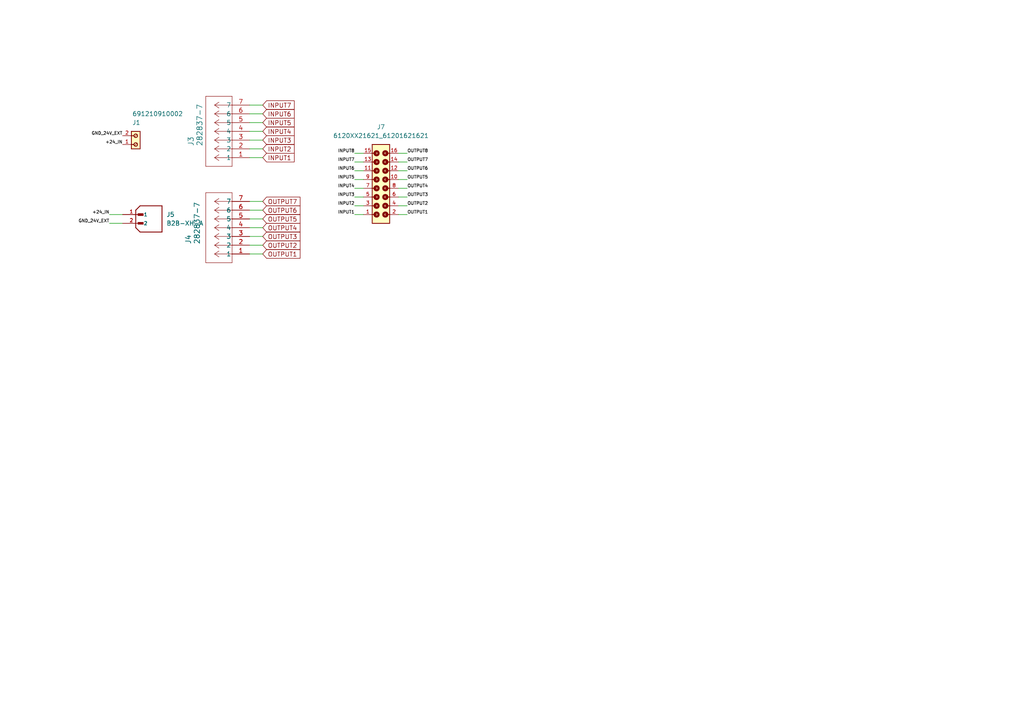
<source format=kicad_sch>
(kicad_sch (version 20250114) (generator "eeschema") (generator_version "9.0")
  (paper "A4")
  (lib_symbols
    (symbol "16pin_frc:6120XX21621_61201621621" (pin_names (offset 1.016))
      (property "Reference" "J" (at -11.34 0.35 0))
      (property "Value" "6120XX21621_61201621621" (at -11.2 -1.87 0))
      (symbol "6120XX21621_61201621621_0_0"
        (rectangle (start -10.16 -2.54) (end 12.7 2.54) (stroke (width 0.254)) (fill (type background)))
        (circle (center -7.62 1.27) (radius 0.254) (stroke (width 0.635)))
        (polyline (pts (xy -7.62 1.27) (xy -7.62 2.54)) (stroke (width 0.254)))
        (circle (center -7.62 -1.27) (radius 0.254) (stroke (width 0.635)))
        (polyline (pts (xy -7.62 -1.27) (xy -7.62 -2.54)) (stroke (width 0.254)))
        (circle (center -5.08 1.27) (radius 0.254) (stroke (width 0.635)))
        (polyline (pts (xy -5.08 1.27) (xy -5.08 2.54)) (stroke (width 0.254)))
        (circle (center -5.08 -1.27) (radius 0.254) (stroke (width 0.635)))
        (polyline (pts (xy -5.08 -1.27) (xy -5.08 -2.54)) (stroke (width 0.254)))
        (circle (center -2.54 1.27) (radius 0.254) (stroke (width 0.635)))
        (polyline (pts (xy -2.54 1.27) (xy -2.54 2.54)) (stroke (width 0.254)))
        (circle (center -2.54 -1.27) (radius 0.254) (stroke (width 0.635)))
        (polyline (pts (xy -2.54 -1.27) (xy -2.54 -2.54)) (stroke (width 0.254)))
        (circle (center 0 1.27) (radius 0.254) (stroke (width 0.635)))
        (polyline (pts (xy 0 1.27) (xy 0 2.54)) (stroke (width 0.254)))
        (polyline (pts (xy 0 -1.27) (xy 0 -2.54)) (stroke (width 0.254)))
        (circle (center 0 -1.27) (radius 0.254) (stroke (width 0.635)))
        (polyline (pts (xy 2.54 1.27) (xy 2.54 2.54)) (stroke (width 0.254)))
        (circle (center 2.54 1.27) (radius 0.254) (stroke (width 0.635)))
        (polyline (pts (xy 2.54 -1.27) (xy 2.54 -2.54)) (stroke (width 0.254)))
        (circle (center 2.54 -1.27) (radius 0.254) (stroke (width 0.635)))
        (polyline (pts (xy 5.08 1.27) (xy 5.08 2.54)) (stroke (width 0.254)))
        (circle (center 5.08 1.27) (radius 0.254) (stroke (width 0.635)))
        (polyline (pts (xy 5.08 -1.27) (xy 5.08 -2.54)) (stroke (width 0.254)))
        (circle (center 5.08 -1.27) (radius 0.254) (stroke (width 0.635)))
        (polyline (pts (xy 7.62 1.27) (xy 7.62 2.54)) (stroke (width 0.254)))
        (circle (center 7.62 1.27) (radius 0.254) (stroke (width 0.635)))
        (polyline (pts (xy 7.62 -1.27) (xy 7.62 -2.54)) (stroke (width 0.254)))
        (circle (center 7.62 -1.27) (radius 0.254) (stroke (width 0.635)))
        (polyline (pts (xy 10.16 1.27) (xy 10.16 2.54)) (stroke (width 0.254)))
        (circle (center 10.16 1.27) (radius 0.254) (stroke (width 0.635)))
        (polyline (pts (xy 10.16 -1.27) (xy 10.16 -2.54)) (stroke (width 0.254)))
        (circle (center 10.16 -1.27) (radius 0.254) (stroke (width 0.635)))
        (pin passive line (at -7.62 5.08 270) (length 2.54) (name "~") (number "2"))
        (pin passive line (at -7.62 -5.08 90) (length 2.54) (name "~") (number "1"))
        (pin passive line (at -5.08 5.08 270) (length 2.54) (name "~") (number "4"))
        (pin passive line (at -5.08 -5.08 90) (length 2.54) (name "~") (number "3"))
        (pin passive line (at -2.54 5.08 270) (length 2.54) (name "~") (number "6"))
        (pin passive line (at -2.54 -5.08 90) (length 2.54) (name "~") (number "5"))
        (pin passive line (at 0 5.08 270) (length 2.54) (name "~") (number "8"))
        (pin passive line (at 0 -5.08 90) (length 2.54) (name "~") (number "7"))
        (pin passive line (at 2.54 5.08 270) (length 2.54) (name "~") (number "10"))
        (pin passive line (at 2.54 -5.08 90) (length 2.54) (name "~") (number "9"))
        (pin passive line (at 5.08 5.08 270) (length 2.54) (name "~") (number "12"))
        (pin passive line (at 5.08 -5.08 90) (length 2.54) (name "~") (number "11"))
        (pin passive line (at 7.62 5.08 270) (length 2.54) (name "~") (number "14"))
        (pin passive line (at 7.62 -5.08 90) (length 2.54) (name "~") (number "13"))
        (pin passive line (at 10.16 5.08 270) (length 2.54) (name "~") (number "16"))
        (pin passive line (at 10.16 -5.08 90) (length 2.54) (name "~") (number "15"))
      )
    )
    (symbol "2pin_rmc:B2B-XH-A" (pin_names (offset 1.016))
      (property "Reference" "J" (at -2.54 6.35 0))
      (property "Value" "B2B-XH-A" (at -2.54 -5.08 0))
      (symbol "B2B-XH-A_0_0"
        (polyline (pts (xy -3.81 3.81) (xy -3.81 -1.27)) (stroke (width 0.254)))
        (polyline (pts (xy -3.81 3.81) (xy -2.54 5.08)) (stroke (width 0.254)))
        (polyline (pts (xy -3.81 -1.27) (xy -2.54 -2.54)) (stroke (width 0.254)))
        (rectangle (start -3.175 2.2225) (end -1.5875 2.8575) (stroke (width 0.1)) (fill (type outline)))
        (rectangle (start -3.175 -0.3175) (end -1.5875 0.3175) (stroke (width 0.1)) (fill (type outline)))
        (polyline (pts (xy -2.54 -2.54) (xy 3.81 -2.54)) (stroke (width 0.254)))
        (polyline (pts (xy 3.81 5.08) (xy -2.54 5.08)) (stroke (width 0.254)))
        (polyline (pts (xy 3.81 -2.54) (xy 3.81 5.08)) (stroke (width 0.254)))
        (pin passive line (at -7.62 2.54 0) (length 5.08) (name "1") (number "1"))
        (pin passive line (at -7.62 0 0) (length 5.08) (name "2") (number "2"))
      )
    )
    (symbol "2pin_screw_term:691210910002" (pin_names (offset 1.016))
      (property "Reference" "J" (at -4.88 -0.922 0))
      (property "Value" "691210910002" (at -4.83 -2.58 0))
      (symbol "691210910002_0_0"
        (rectangle (start -3.81 -2.54) (end 1.27 0) (stroke (width 0.254)) (fill (type background)))
        (circle (center -2.54 -1.27) (radius 0.508) (stroke (width 0.254)))
        (polyline (pts (xy -2.54 -1.778) (xy -2.54 -2.54)) (stroke (width 0.254)))
        (polyline (pts (xy -2.286 -1.016) (xy -2.794 -1.524)) (stroke (width 0.1524)))
        (circle (center 0 -1.27) (radius 0.508) (stroke (width 0.254)))
        (polyline (pts (xy 0 -1.778) (xy 0 -2.54)) (stroke (width 0.254)))
        (polyline (pts (xy 0.254 -1.016) (xy -0.254 -1.524)) (stroke (width 0.1524)))
        (pin passive line (at -2.54 -5.08 90) (length 2.54) (name "~") (number "1"))
        (pin passive line (at 0 -5.08 90) (length 2.54) (name "~") (number "2"))
      )
    )
    (symbol "7pin_screwTer:282837-7" (pin_names (offset 0.254))
      (property "Reference" "J" (at 8.89 6.35 0))
      (property "Value" "282837-7" (at 0 0 0))
      (symbol "282837-7_1_1"
        (polyline (pts (xy 5.08 2.54) (xy 5.08 -17.78)) (stroke (width 0.127)))
        (polyline (pts (xy 5.08 -17.78) (xy 12.7 -17.78)) (stroke (width 0.127)))
        (polyline (pts (xy 10.16 0) (xy 5.08 0)) (stroke (width 0.127)))
        (polyline (pts (xy 10.16 0) (xy 8.89 0.8467)) (stroke (width 0.127)))
        (polyline (pts (xy 10.16 0) (xy 8.89 -0.8467)) (stroke (width 0.127)))
        (polyline (pts (xy 10.16 -2.54) (xy 5.08 -2.54)) (stroke (width 0.127)))
        (polyline (pts (xy 10.16 -2.54) (xy 8.89 -1.6933)) (stroke (width 0.127)))
        (polyline (pts (xy 10.16 -2.54) (xy 8.89 -3.3867)) (stroke (width 0.127)))
        (polyline (pts (xy 10.16 -5.08) (xy 5.08 -5.08)) (stroke (width 0.127)))
        (polyline (pts (xy 10.16 -5.08) (xy 8.89 -4.2333)) (stroke (width 0.127)))
        (polyline (pts (xy 10.16 -5.08) (xy 8.89 -5.9267)) (stroke (width 0.127)))
        (polyline (pts (xy 10.16 -7.62) (xy 5.08 -7.62)) (stroke (width 0.127)))
        (polyline (pts (xy 10.16 -7.62) (xy 8.89 -6.7733)) (stroke (width 0.127)))
        (polyline (pts (xy 10.16 -7.62) (xy 8.89 -8.4667)) (stroke (width 0.127)))
        (polyline (pts (xy 10.16 -10.16) (xy 5.08 -10.16)) (stroke (width 0.127)))
        (polyline (pts (xy 10.16 -10.16) (xy 8.89 -9.3133)) (stroke (width 0.127)))
        (polyline (pts (xy 10.16 -10.16) (xy 8.89 -11.0067)) (stroke (width 0.127)))
        (polyline (pts (xy 10.16 -12.7) (xy 5.08 -12.7)) (stroke (width 0.127)))
        (polyline (pts (xy 10.16 -12.7) (xy 8.89 -11.8533)) (stroke (width 0.127)))
        (polyline (pts (xy 10.16 -12.7) (xy 8.89 -13.5467)) (stroke (width 0.127)))
        (polyline (pts (xy 10.16 -15.24) (xy 5.08 -15.24)) (stroke (width 0.127)))
        (polyline (pts (xy 10.16 -15.24) (xy 8.89 -14.3933)) (stroke (width 0.127)))
        (polyline (pts (xy 10.16 -15.24) (xy 8.89 -16.0867)) (stroke (width 0.127)))
        (polyline (pts (xy 12.7 2.54) (xy 5.08 2.54)) (stroke (width 0.127)))
        (polyline (pts (xy 12.7 -17.78) (xy 12.7 2.54)) (stroke (width 0.127)))
        (pin unspecified line (at 0 0 0) (length 5.08) (name "1") (number "1"))
        (pin unspecified line (at 0 -2.54 0) (length 5.08) (name "2") (number "2"))
        (pin unspecified line (at 0 -5.08 0) (length 5.08) (name "3") (number "3"))
        (pin unspecified line (at 0 -7.62 0) (length 5.08) (name "4") (number "4"))
        (pin unspecified line (at 0 -10.16 0) (length 5.08) (name "5") (number "5"))
        (pin unspecified line (at 0 -12.7 0) (length 5.08) (name "6") (number "6"))
        (pin unspecified line (at 0 -15.24 0) (length 5.08) (name "7") (number "7"))
      )
      (symbol "282837-7_1_2"
        (polyline (pts (xy 5.08 2.54) (xy 5.08 -17.78)) (stroke (width 0.127)))
        (polyline (pts (xy 5.08 -17.78) (xy 12.7 -17.78)) (stroke (width 0.127)))
        (polyline (pts (xy 7.62 0) (xy 5.08 0)) (stroke (width 0.127)))
        (polyline (pts (xy 7.62 0) (xy 8.89 0.8467)) (stroke (width 0.127)))
        (polyline (pts (xy 7.62 0) (xy 8.89 -0.8467)) (stroke (width 0.127)))
        (polyline (pts (xy 7.62 -2.54) (xy 5.08 -2.54)) (stroke (width 0.127)))
        (polyline (pts (xy 7.62 -2.54) (xy 8.89 -1.6933)) (stroke (width 0.127)))
        (polyline (pts (xy 7.62 -2.54) (xy 8.89 -3.3867)) (stroke (width 0.127)))
        (polyline (pts (xy 7.62 -5.08) (xy 5.08 -5.08)) (stroke (width 0.127)))
        (polyline (pts (xy 7.62 -5.08) (xy 8.89 -4.2333)) (stroke (width 0.127)))
        (polyline (pts (xy 7.62 -5.08) (xy 8.89 -5.9267)) (stroke (width 0.127)))
        (polyline (pts (xy 7.62 -7.62) (xy 5.08 -7.62)) (stroke (width 0.127)))
        (polyline (pts (xy 7.62 -7.62) (xy 8.89 -6.7733)) (stroke (width 0.127)))
        (polyline (pts (xy 7.62 -7.62) (xy 8.89 -8.4667)) (stroke (width 0.127)))
        (polyline (pts (xy 7.62 -10.16) (xy 5.08 -10.16)) (stroke (width 0.127)))
        (polyline (pts (xy 7.62 -10.16) (xy 8.89 -9.3133)) (stroke (width 0.127)))
        (polyline (pts (xy 7.62 -10.16) (xy 8.89 -11.0067)) (stroke (width 0.127)))
        (polyline (pts (xy 7.62 -12.7) (xy 5.08 -12.7)) (stroke (width 0.127)))
        (polyline (pts (xy 7.62 -12.7) (xy 8.89 -11.8533)) (stroke (width 0.127)))
        (polyline (pts (xy 7.62 -12.7) (xy 8.89 -13.5467)) (stroke (width 0.127)))
        (polyline (pts (xy 7.62 -15.24) (xy 5.08 -15.24)) (stroke (width 0.127)))
        (polyline (pts (xy 7.62 -15.24) (xy 8.89 -14.3933)) (stroke (width 0.127)))
        (polyline (pts (xy 7.62 -15.24) (xy 8.89 -16.0867)) (stroke (width 0.127)))
        (polyline (pts (xy 12.7 2.54) (xy 5.08 2.54)) (stroke (width 0.127)))
        (polyline (pts (xy 12.7 -17.78) (xy 12.7 2.54)) (stroke (width 0.127)))
        (pin unspecified line (at 0 0 0) (length 5.08) (name "1") (number "1"))
        (pin unspecified line (at 0 -2.54 0) (length 5.08) (name "2") (number "2"))
        (pin unspecified line (at 0 -5.08 0) (length 5.08) (name "3") (number "3"))
        (pin unspecified line (at 0 -7.62 0) (length 5.08) (name "4") (number "4"))
        (pin unspecified line (at 0 -10.16 0) (length 5.08) (name "5") (number "5"))
        (pin unspecified line (at 0 -12.7 0) (length 5.08) (name "6") (number "6"))
        (pin unspecified line (at 0 -15.24 0) (length 5.08) (name "7") (number "7"))
      )
    )
  )
  (wire (pts (xy 72.39 35.56) (xy 76.2 35.56)))
  (wire (pts (xy 118.11 54.61) (xy 115.57 54.61)))
  (wire (pts (xy 102.87 44.45) (xy 105.41 44.45)))
  (wire (pts (xy 31.75 62.23) (xy 35.56 62.23)))
  (wire (pts (xy 72.39 68.58) (xy 76.2 68.58)))
  (wire (pts (xy 118.11 49.53) (xy 115.57 49.53)))
  (wire (pts (xy 118.11 57.15) (xy 115.57 57.15)))
  (wire (pts (xy 72.39 30.48) (xy 76.2 30.48)))
  (wire (pts (xy 118.11 44.45) (xy 115.57 44.45)))
  (wire (pts (xy 72.39 73.66) (xy 76.2 73.66)))
  (wire (pts (xy 102.87 54.61) (xy 105.41 54.61)))
  (wire (pts (xy 72.39 60.96) (xy 76.2 60.96)))
  (wire (pts (xy 72.39 63.5) (xy 76.2 63.5)))
  (wire (pts (xy 102.87 46.99) (xy 105.41 46.99)))
  (wire (pts (xy 102.87 52.07) (xy 105.41 52.07)))
  (wire (pts (xy 72.39 38.1) (xy 76.2 38.1)))
  (wire (pts (xy 72.39 40.64) (xy 76.2 40.64)))
  (wire (pts (xy 118.11 46.99) (xy 115.57 46.99)))
  (wire (pts (xy 102.87 49.53) (xy 105.41 49.53)))
  (wire (pts (xy 72.39 43.18) (xy 76.2 43.18)))
  (wire (pts (xy 118.11 62.23) (xy 115.57 62.23)))
  (wire (pts (xy 72.39 45.72) (xy 76.2 45.72)))
  (wire (pts (xy 72.39 33.02) (xy 76.2 33.02)))
  (wire (pts (xy 31.75 64.77) (xy 35.56 64.77)))
  (wire (pts (xy 102.87 62.23) (xy 105.41 62.23)))
  (wire (pts (xy 118.11 59.69) (xy 115.57 59.69)))
  (wire (pts (xy 118.11 52.07) (xy 115.57 52.07)))
  (wire (pts (xy 72.39 71.12) (xy 76.2 71.12)))
  (wire (pts (xy 72.39 58.42) (xy 76.2 58.42)))
  (wire (pts (xy 102.87 57.15) (xy 105.41 57.15)))
  (wire (pts (xy 72.39 66.04) (xy 76.2 66.04)))
  (wire (pts (xy 102.87 59.69) (xy 105.41 59.69)))
  (label "OUTPUT4" (at 118.11 54.61 0) (effects (font (size 0.889 0.889))))
  (label "INPUT3" (at 102.87 57.15 180) (effects (font (size 0.889 0.889))))
  (label "OUTPUT8" (at 118.11 44.45 0) (effects (font (size 0.889 0.889))))
  (label "INPUT2" (at 102.87 59.69 180) (effects (font (size 0.889 0.889))))
  (label "GND_24V_EXT" (at 31.75 64.77 180) (effects (font (size 0.889 0.889))))
  (label "INPUT5" (at 102.87 52.07 180) (effects (font (size 0.889 0.889))))
  (label "INPUT7" (at 102.87 46.99 180) (effects (font (size 0.889 0.889))))
  (label "OUTPUT1" (at 118.11 62.23 0) (effects (font (size 0.889 0.889))))
  (label "GND_24V_EXT" (at 35.56 39.37 180) (effects (font (size 0.889 0.889))))
  (label "OUTPUT3" (at 118.11 57.15 0) (effects (font (size 0.889 0.889))))
  (label "INPUT1" (at 102.87 62.23 180) (effects (font (size 0.889 0.889))))
  (label "INPUT4" (at 102.87 54.61 180) (effects (font (size 0.889 0.889))))
  (label "+24_IN" (at 31.75 62.23 180) (effects (font (size 0.889 0.889))))
  (label "OUTPUT2" (at 118.11 59.69 0) (effects (font (size 0.889 0.889))))
  (label "OUTPUT6" (at 118.11 49.53 0) (effects (font (size 0.889 0.889))))
  (label "INPUT8" (at 102.87 44.45 180) (effects (font (size 0.889 0.889))))
  (label "INPUT6" (at 102.87 49.53 180) (effects (font (size 0.889 0.889))))
  (label "OUTPUT7" (at 118.11 46.99 0) (effects (font (size 0.889 0.889))))
  (label "+24_IN" (at 35.56 41.91 180) (effects (font (size 0.889 0.889))))
  (label "OUTPUT5" (at 118.11 52.07 0) (effects (font (size 0.889 0.889))))
  (global_label "INPUT6" (shape input) (at 76.2 33.02 0) (property "Intersheetrefs" "${INTERSHEET_REFS}" (effects (hide yes))))
  (global_label "INPUT5" (shape input) (at 76.2 35.56 0) (property "Intersheetrefs" "${INTERSHEET_REFS}" (effects (hide yes))))
  (global_label "INPUT4" (shape input) (at 76.2 38.1 0) (property "Intersheetrefs" "${INTERSHEET_REFS}" (effects (hide yes))))
  (global_label "INPUT7" (shape input) (at 76.2 30.48 0) (property "Intersheetrefs" "${INTERSHEET_REFS}" (effects (hide yes))))
  (global_label "INPUT3" (shape input) (at 76.2 40.64 0) (property "Intersheetrefs" "${INTERSHEET_REFS}" (effects (hide yes))))
  (global_label "INPUT1" (shape input) (at 76.2 45.72 0) (property "Intersheetrefs" "${INTERSHEET_REFS}" (effects (hide yes))))
  (global_label "INPUT2" (shape input) (at 76.2 43.18 0) (property "Intersheetrefs" "${INTERSHEET_REFS}" (effects (hide yes))))
  (global_label "OUTPUT2" (shape input) (at 76.2 71.12 0) (property "Intersheetrefs" "${INTERSHEET_REFS}" (effects (hide yes))))
  (global_label "OUTPUT3" (shape input) (at 76.2 68.58 0) (property "Intersheetrefs" "${INTERSHEET_REFS}" (effects (hide yes))))
  (global_label "OUTPUT1" (shape input) (at 76.2 73.66 0) (property "Intersheetrefs" "${INTERSHEET_REFS}" (effects (hide yes))))
  (global_label "OUTPUT4" (shape input) (at 76.2 66.04 0) (property "Intersheetrefs" "${INTERSHEET_REFS}" (effects (hide yes))))
  (global_label "OUTPUT6" (shape input) (at 76.2 60.96 0) (property "Intersheetrefs" "${INTERSHEET_REFS}" (effects (hide yes))))
  (global_label "OUTPUT5" (shape input) (at 76.2 63.5 0) (property "Intersheetrefs" "${INTERSHEET_REFS}" (effects (hide yes))))
  (global_label "OUTPUT7" (shape input) (at 76.2 58.42 0) (property "Intersheetrefs" "${INTERSHEET_REFS}" (effects (hide yes))))
  (symbol (lib_id "16pin_frc:6120XX21621_61201621621") (at 110.49 54.61 270) (mirror x) (unit 1)
    (property "Reference" "J7" (at 110.49 36.83 90))
    (property "Value" "6120XX21621_61201621621" (at 110.49 39.37 90))
    (property "Footprint" "16pinfrc:61201621621" (effects (hide yes)))
  )
  (symbol (lib_id "7pin_screwTer:282837-7") (at 72.39 73.66 180) (unit 1)
    (property "Reference" "J4" (at 54.61 70.866 90) (effects (font (size 1.524 1.524)) (justify right)))
    (property "Value" "282837-7" (at 57.15 70.866 90) (effects (font (size 1.524 1.524)) (justify right)))
    (property "Footprint" "POWER_CONN:282837-7_TEC" (effects (hide yes)))
    (property "Datasheet" "https://www.te.com/commerce/DocumentDelivery/DDEController?Action=srchrtrv&DocNm=1-1773458-1_EURO_STYLE_QRG&DocType=Data+Sheet&DocLang=English&PartCntxt=282837-7&DocFormat=pdf" (effects (hide yes)))
  )
  (symbol (lib_id "7pin_screwTer:282837-7") (at 72.39 45.72 180) (unit 1)
    (property "Reference" "J3" (at 55.372 42.418 90) (effects (font (size 1.524 1.524)) (justify right)))
    (property "Value" "282837-7" (at 57.912 42.418 90) (effects (font (size 1.524 1.524)) (justify right)))
    (property "Footprint" "POWER_CONN:282837-7_TEC" (effects (hide yes)))
    (property "Datasheet" "https://www.te.com/commerce/DocumentDelivery/DDEController?Action=srchrtrv&DocNm=1-1773458-1_EURO_STYLE_QRG&DocType=Data+Sheet&DocLang=English&PartCntxt=282837-7&DocFormat=pdf" (effects (hide yes)))
  )
  (symbol (lib_id "2pin_screw_term:691210910002") (at 40.64 39.37 270) (mirror x) (unit 1)
    (property "Reference" "J1" (at 38.354 35.56 90) (effects (justify left)))
    (property "Value" "691210910002" (at 38.354 33.02 90) (effects (justify left)))
    (property "Footprint" "POWER_CONN:691210910002" (effects (hide yes)))
  )
  (symbol (lib_id "2pin_rmc:B2B-XH-A") (at 43.18 64.77 0) (unit 1)
    (property "Reference" "J5" (at 48.26 62.2299 0) (effects (justify left)))
    (property "Value" "B2B-XH-A" (at 48.26 64.7699 0) (effects (justify left)))
    (property "Footprint" "2pin_rmc:JST_B2B-XH-A" (effects (hide yes)))
    (property "PARTREV" "N/A" (effects (hide yes)))
    (property "STANDARD" "Manufacturer Recommendations" (effects (hide yes)))
    (property "MAXIMUM_PACKAGE_HEIGHT" "7 mm" (effects (hide yes)))
    (property "MANUFACTURER" "JST Sales America Inc." (effects (hide yes)))
  )
)
</source>
